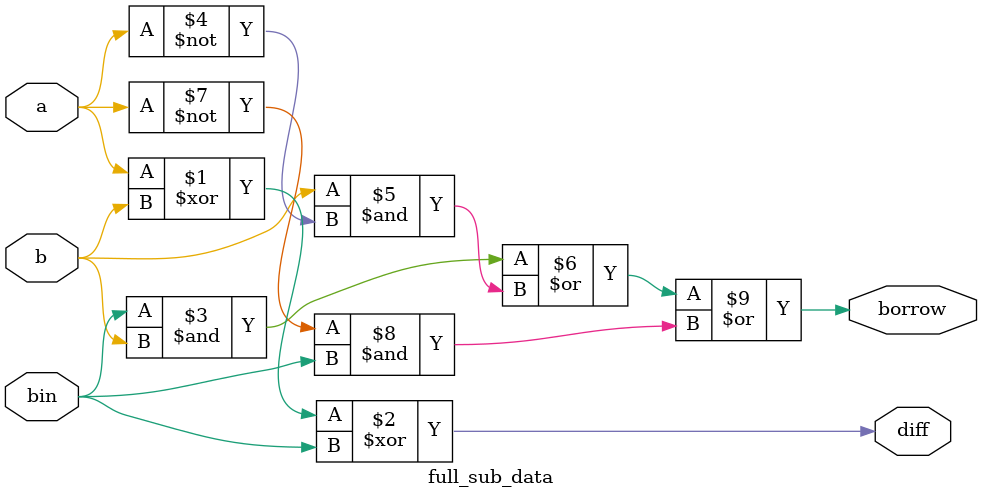
<source format=v>
`timescale 1ns / 1ps



module full_sub_data(
    input a,
	input b,
	input bin,
	output diff,
	output borrow
	);

assign diff = a^b^bin;
assign borrow = (bin&b)|(b&(~a))|((~a)&bin);
endmodule
</source>
